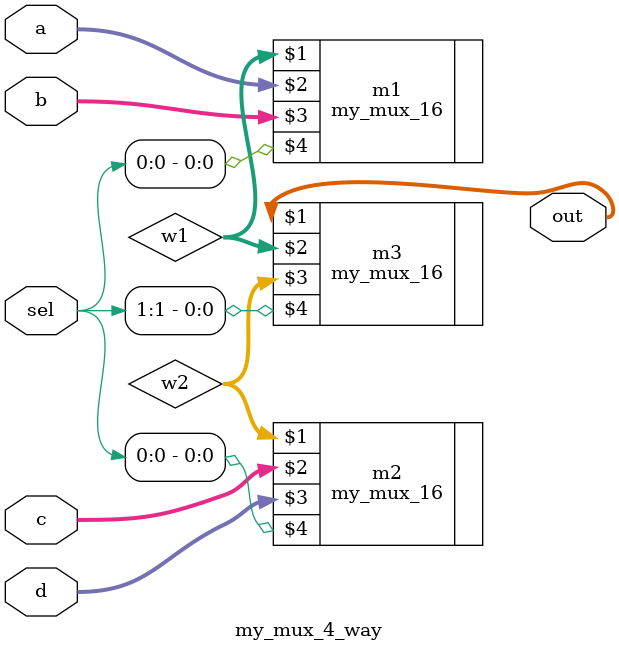
<source format=sv>
`ifndef my_mux_16
  `include "my_mux_16.sv"
`endif

module my_mux_4_way(out, a, b, c, d, sel);
  input [15:0] a, b, c, d;
  input [1:0] sel;
  output [15:0] out;

  wire [15:0] w1, w2;
  my_mux_16 m1(w1, a, b, sel[0]);
  my_mux_16 m2(w2, c, d, sel[0]);
  my_mux_16 m3(out, w1, w2, sel[1]);

  // I think it's not too difficult to implement a better approach (as indicated in
  // most schematics for a 4-way multiplexer) but we need more generic components
  // like an `and` that combines n-signals all with different bus sizes
  // below is a start though...
  // wire most_not, least_not, a00, a01, a10, a11;
  // my_not n1(most_not, sel[1]); // msb
  // my_not n2(least_not, sel[0]); // lsb
  // my_and a1(a00, n1, n2);
  // my_and a2(a00, n1, sel[0]);
  // my_and a3(a00, n2, sel[1]);
  // my_and a4(a00, sel[0], sel[1]);

endmodule
</source>
